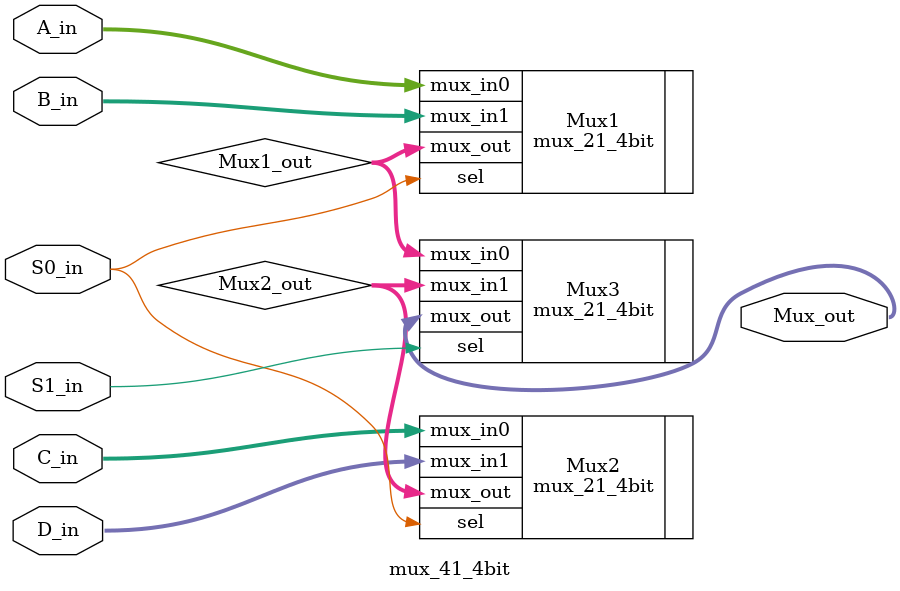
<source format=v>
module mux_41_4bit(A_in, B_in, C_in, D_in, S0_in, S1_in, Mux_out);

	input [3:0] A_in;
	input [3:0] B_in;
   input [3:0] C_in;
   input [3:0] D_in;
	input S0_in;
	input S1_in;
	output [3:0] Mux_out;
   
   wire [3:0] Mux1_out;
	wire [3:0] Mux2_out;
	
	mux_21_4bit  Mux1 (.mux_in0(A_in[3:0]), 
                     .mux_in1(B_in[3:0]), 
                     .sel(S0_in), 
                     .mux_out(Mux1_out[3:0]));
   mux_21_4bit  Mux2 (.mux_in0(C_in[3:0]), 
                     .mux_in1(D_in[3:0]), 
                     .sel(S0_in), 
                     .mux_out(Mux2_out[3:0]));
   mux_21_4bit  Mux3 (.mux_in0(Mux1_out[3:0]), 
                     .mux_in1(Mux2_out[3:0]), 
                     .sel(S1_in), 
                     .mux_out(Mux_out[3:0]));
endmodule

</source>
